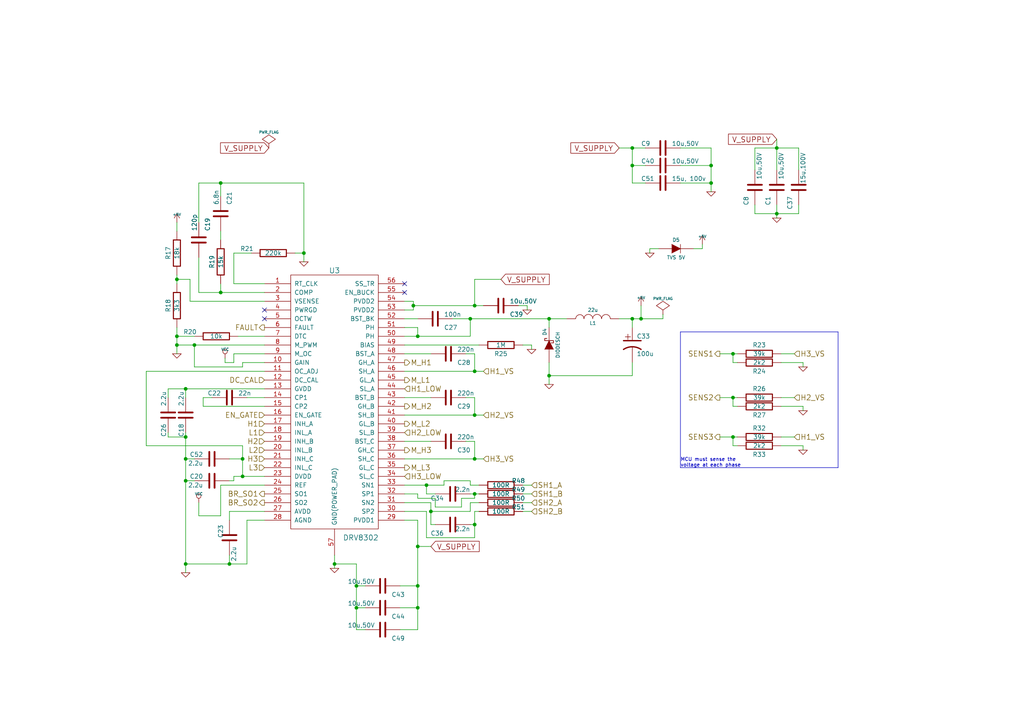
<source format=kicad_sch>
(kicad_sch (version 20230121) (generator eeschema)
  (paper "A4")
  (junction (at 64.008 84.836))
  (junction (at 225.298 42.926))
  (junction (at 137.668 88.646))
  (junction (at 53.848 133.096))
  (junction (at 137.668 107.696))
  (junction (at 103.378 169.926))
  (junction (at 103.378 176.276))
  (junction (at 159.258 108.966))
  (junction (at 137.668 152.146))
  (junction (at 70.358 133.096))
  (junction (at 64.008 53.086))
  (junction (at 51.308 81.026))
  (junction (at 137.668 143.256))
  (junction (at 121.158 158.496))
  (junction (at 212.598 126.746))
  (junction (at 53.848 163.576))
  (junction (at 206.248 53.086))
  (junction (at 159.258 92.456))
  (junction (at 206.248 48.006))
  (junction (at 212.598 115.316))
  (junction (at 88.138 73.406))
  (junction (at 53.848 139.446))
  (junction (at 124.968 148.336))
  (junction (at 51.308 100.076))
  (junction (at 56.388 100.076))
  (junction (at 137.668 133.096))
  (junction (at 137.668 120.396))
  (junction (at 183.388 48.006))
  (junction (at 121.158 97.536))
  (junction (at 51.308 97.536))
  (junction (at 225.298 61.976))
  (junction (at 70.358 138.176))
  (junction (at 183.388 92.456))
  (junction (at 212.598 102.616))
  (junction (at 185.928 92.456))
  (junction (at 123.698 140.716))
  (junction (at 121.158 176.276))
  (junction (at 119.888 88.646))
  (junction (at 97.028 163.576))
  (junction (at 53.848 126.746))
  (junction (at 136.398 92.456))
  (junction (at 121.158 169.926))
  (junction (at 53.848 112.776))
  (junction (at 183.388 42.926))
  (junction (at 66.548 163.576))
  (no_connect (at 117.348 84.836))
  (no_connect (at 117.348 82.296))
  (no_connect (at 76.708 89.916))
  (no_connect (at 76.708 92.456))
  (wire (pts (xy 121.158 176.276) (xy 116.078 176.276)))
  (wire (pts (xy 51.308 64.516) (xy 51.308 67.056)))
  (wire (pts (xy 67.818 73.406) (xy 72.898 73.406)))
  (wire (pts (xy 64.008 53.086) (xy 64.008 56.896)))
  (wire (pts (xy 187.198 48.006) (xy 183.388 48.006)))
  (wire (pts (xy 57.658 74.676) (xy 57.658 84.836)))
  (wire (pts (xy 183.388 42.926) (xy 183.388 48.006)))
  (wire (pts (xy 183.388 108.966) (xy 183.388 105.156)))
  (wire (pts (xy 128.778 139.446) (xy 136.398 139.446)))
  (wire (pts (xy 53.848 126.746) (xy 53.848 133.096)))
  (wire (pts (xy 137.668 102.616) (xy 137.668 107.696)))
  (wire (pts (xy 137.668 115.316) (xy 137.668 120.396)))
  (wire (pts (xy 137.668 143.256) (xy 137.668 144.526)))
  (wire (pts (xy 70.358 138.176) (xy 76.708 138.176)))
  (wire (pts (xy 208.788 102.616) (xy 212.598 102.616)))
  (wire (pts (xy 53.848 133.096) (xy 53.848 139.446)))
  (wire (pts (xy 117.348 107.696) (xy 137.668 107.696)))
  (wire (pts (xy 159.258 105.156) (xy 159.258 108.966)))
  (wire (pts (xy 123.698 148.336) (xy 117.348 148.336)))
  (wire (pts (xy 103.378 169.926) (xy 103.378 176.276)))
  (wire (pts (xy 159.258 108.966) (xy 159.258 111.506)))
  (wire (pts (xy 138.938 145.796) (xy 136.398 145.796)))
  (wire (pts (xy 71.628 115.316) (xy 76.708 115.316)))
  (wire (pts (xy 58.928 115.316) (xy 61.468 115.316)))
  (wire (pts (xy 48.768 112.776) (xy 53.848 112.776)))
  (wire (pts (xy 203.708 72.136) (xy 203.708 70.866)))
  (wire (pts (xy 70.358 133.096) (xy 70.358 138.176)))
  (wire (pts (xy 103.378 176.276) (xy 105.918 176.276)))
  (wire (pts (xy 218.948 61.976) (xy 225.298 61.976)))
  (wire (pts (xy 66.548 148.336) (xy 76.708 148.336)))
  (wire (pts (xy 231.648 42.926) (xy 231.648 49.276)))
  (wire (pts (xy 103.378 182.626) (xy 105.918 182.626)))
  (wire (pts (xy 103.378 163.576) (xy 103.378 169.926)))
  (wire (pts (xy 126.238 147.066) (xy 126.238 144.526)))
  (polyline (pts (xy 197.358 135.636) (xy 243.078 135.636)) (stroke (width 0) (type solid)))
  (wire (pts (xy 218.948 42.926) (xy 225.298 42.926)))
  (wire (pts (xy 150.368 88.646) (xy 152.908 88.646)))
  (wire (pts (xy 76.708 82.296) (xy 67.818 82.296)))
  (wire (pts (xy 48.768 126.746) (xy 53.848 126.746)))
  (wire (pts (xy 183.388 48.006) (xy 183.388 53.086)))
  (wire (pts (xy 42.418 107.696) (xy 76.708 107.696)))
  (wire (pts (xy 226.568 115.316) (xy 230.378 115.316)))
  (wire (pts (xy 70.358 106.426) (xy 56.388 106.426)))
  (wire (pts (xy 42.418 129.286) (xy 70.358 129.286)))
  (wire (pts (xy 137.668 155.956) (xy 123.698 155.956)))
  (wire (pts (xy 218.948 49.276) (xy 218.948 42.926)))
  (wire (pts (xy 151.638 145.796) (xy 154.178 145.796)))
  (wire (pts (xy 57.658 64.516) (xy 57.658 53.086)))
  (wire (pts (xy 117.348 120.396) (xy 137.668 120.396)))
  (wire (pts (xy 117.348 94.996) (xy 121.158 94.996)))
  (wire (pts (xy 206.248 53.086) (xy 206.248 55.626)))
  (wire (pts (xy 212.598 126.746) (xy 213.868 126.746)))
  (wire (pts (xy 51.308 81.026) (xy 51.308 82.296)))
  (wire (pts (xy 212.598 115.316) (xy 212.598 117.856)))
  (wire (pts (xy 51.308 100.076) (xy 51.308 102.616)))
  (wire (pts (xy 53.848 125.476) (xy 53.848 126.746)))
  (wire (pts (xy 128.778 140.716) (xy 128.778 139.446)))
  (wire (pts (xy 121.158 143.256) (xy 117.348 143.256)))
  (wire (pts (xy 123.698 140.716) (xy 128.778 140.716)))
  (wire (pts (xy 51.308 97.536) (xy 56.388 97.536)))
  (wire (pts (xy 136.398 97.536) (xy 136.398 92.456)))
  (wire (pts (xy 76.708 140.716) (xy 64.008 140.716)))
  (wire (pts (xy 124.968 128.016) (xy 117.348 128.016)))
  (wire (pts (xy 119.888 87.376) (xy 119.888 88.646)))
  (wire (pts (xy 97.028 161.036) (xy 97.028 163.576)))
  (wire (pts (xy 51.308 79.756) (xy 51.308 81.026)))
  (wire (pts (xy 225.298 42.926) (xy 231.648 42.926)))
  (wire (pts (xy 53.848 139.446) (xy 53.848 163.576)))
  (wire (pts (xy 105.918 169.926) (xy 103.378 169.926)))
  (wire (pts (xy 159.258 108.966) (xy 183.388 108.966)))
  (wire (pts (xy 103.378 176.276) (xy 103.378 182.626)))
  (wire (pts (xy 136.398 145.796) (xy 136.398 148.336)))
  (wire (pts (xy 225.298 61.976) (xy 231.648 61.976)))
  (polyline (pts (xy 197.358 96.266) (xy 197.358 135.636)) (stroke (width 0) (type solid)))
  (wire (pts (xy 188.468 72.136) (xy 191.008 72.136)))
  (wire (pts (xy 64.008 84.836) (xy 76.708 84.836)))
  (wire (pts (xy 121.158 158.496) (xy 121.158 169.926)))
  (wire (pts (xy 154.178 100.076) (xy 154.178 101.346)))
  (wire (pts (xy 206.248 53.086) (xy 197.358 53.086)))
  (wire (pts (xy 121.158 94.996) (xy 121.158 97.536)))
  (wire (pts (xy 136.398 152.146) (xy 137.668 152.146)))
  (wire (pts (xy 208.788 115.316) (xy 212.598 115.316)))
  (wire (pts (xy 53.848 112.776) (xy 53.848 115.316)))
  (wire (pts (xy 213.868 129.286) (xy 212.598 129.286)))
  (wire (pts (xy 137.668 152.146) (xy 137.668 155.956)))
  (wire (pts (xy 201.168 72.136) (xy 203.708 72.136)))
  (wire (pts (xy 121.158 150.876) (xy 121.158 158.496)))
  (wire (pts (xy 226.568 126.746) (xy 230.378 126.746)))
  (wire (pts (xy 206.248 48.006) (xy 206.248 53.086)))
  (wire (pts (xy 137.668 120.396) (xy 140.208 120.396)))
  (wire (pts (xy 121.158 144.526) (xy 121.158 143.256)))
  (wire (pts (xy 225.298 42.926) (xy 225.298 49.276)))
  (wire (pts (xy 192.278 92.456) (xy 192.278 91.186)))
  (wire (pts (xy 124.968 152.146) (xy 126.238 152.146)))
  (wire (pts (xy 56.388 106.426) (xy 56.388 100.076)))
  (wire (pts (xy 226.568 102.616) (xy 230.378 102.616)))
  (wire (pts (xy 131.318 92.456) (xy 136.398 92.456)))
  (wire (pts (xy 56.388 100.076) (xy 76.708 100.076)))
  (wire (pts (xy 124.968 145.796) (xy 117.348 145.796)))
  (wire (pts (xy 231.648 61.976) (xy 231.648 59.436)))
  (wire (pts (xy 67.818 102.616) (xy 76.708 102.616)))
  (wire (pts (xy 197.358 42.926) (xy 206.248 42.926)))
  (wire (pts (xy 136.398 140.716) (xy 138.938 140.716)))
  (wire (pts (xy 71.628 150.876) (xy 71.628 163.576)))
  (wire (pts (xy 152.908 88.646) (xy 152.908 89.916)))
  (wire (pts (xy 88.138 53.086) (xy 88.138 73.406)))
  (wire (pts (xy 97.028 163.576) (xy 103.378 163.576)))
  (wire (pts (xy 183.388 92.456) (xy 183.388 94.996)))
  (wire (pts (xy 71.628 163.576) (xy 66.548 163.576)))
  (wire (pts (xy 65.278 103.886) (xy 65.278 105.156)))
  (wire (pts (xy 119.888 88.646) (xy 119.888 89.916)))
  (wire (pts (xy 135.128 102.616) (xy 137.668 102.616)))
  (wire (pts (xy 56.388 139.446) (xy 53.848 139.446)))
  (wire (pts (xy 66.548 163.576) (xy 66.548 161.036)))
  (wire (pts (xy 183.388 92.456) (xy 185.928 92.456)))
  (wire (pts (xy 135.128 128.016) (xy 137.668 128.016)))
  (wire (pts (xy 136.398 92.456) (xy 159.258 92.456)))
  (wire (pts (xy 51.308 94.996) (xy 51.308 97.536)))
  (wire (pts (xy 135.128 115.316) (xy 137.668 115.316)))
  (wire (pts (xy 123.698 143.256) (xy 123.698 140.716)))
  (wire (pts (xy 48.768 125.476) (xy 48.768 126.746)))
  (wire (pts (xy 183.388 53.086) (xy 187.198 53.086)))
  (wire (pts (xy 64.008 140.716) (xy 64.008 149.606)))
  (wire (pts (xy 137.668 128.016) (xy 137.668 133.096)))
  (wire (pts (xy 225.298 59.436) (xy 225.298 61.976)))
  (wire (pts (xy 226.568 117.856) (xy 232.918 117.856)))
  (wire (pts (xy 117.348 150.876) (xy 121.158 150.876)))
  (wire (pts (xy 55.118 81.026) (xy 51.308 81.026)))
  (wire (pts (xy 57.658 84.836) (xy 64.008 84.836)))
  (wire (pts (xy 225.298 40.386) (xy 225.298 42.926)))
  (wire (pts (xy 58.928 117.856) (xy 58.928 115.316)))
  (wire (pts (xy 151.638 143.256) (xy 154.178 143.256)))
  (wire (pts (xy 232.918 129.286) (xy 232.918 130.556)))
  (wire (pts (xy 76.708 117.856) (xy 58.928 117.856)))
  (wire (pts (xy 185.928 92.456) (xy 185.928 88.646)))
  (wire (pts (xy 151.638 148.336) (xy 154.178 148.336)))
  (wire (pts (xy 116.078 169.926) (xy 121.158 169.926)))
  (wire (pts (xy 124.968 102.616) (xy 117.348 102.616)))
  (wire (pts (xy 137.668 144.526) (xy 133.858 144.526)))
  (wire (pts (xy 121.158 176.276) (xy 121.158 182.626)))
  (wire (pts (xy 64.008 69.596) (xy 64.008 67.056)))
  (wire (pts (xy 136.398 143.256) (xy 137.668 143.256)))
  (wire (pts (xy 225.298 61.976) (xy 225.298 63.246)))
  (wire (pts (xy 212.598 115.316) (xy 213.868 115.316)))
  (wire (pts (xy 55.118 87.376) (xy 55.118 81.026)))
  (wire (pts (xy 136.398 148.336) (xy 124.968 148.336)))
  (wire (pts (xy 76.708 87.376) (xy 55.118 87.376)))
  (wire (pts (xy 226.568 129.286) (xy 232.918 129.286)))
  (wire (pts (xy 126.238 143.256) (xy 123.698 143.256)))
  (wire (pts (xy 64.008 149.606) (xy 57.658 149.606)))
  (wire (pts (xy 117.348 133.096) (xy 137.668 133.096)))
  (wire (pts (xy 66.548 139.446) (xy 67.818 139.446)))
  (wire (pts (xy 208.788 126.746) (xy 212.598 126.746)))
  (wire (pts (xy 188.468 73.406) (xy 188.468 72.136)))
  (polyline (pts (xy 243.078 96.266) (xy 197.358 96.266)) (stroke (width 0) (type solid)))
  (wire (pts (xy 76.708 150.876) (xy 71.628 150.876)))
  (wire (pts (xy 133.858 144.526) (xy 133.858 147.066)))
  (wire (pts (xy 119.888 88.646) (xy 137.668 88.646)))
  (wire (pts (xy 232.918 117.856) (xy 232.918 119.126)))
  (wire (pts (xy 159.258 94.996) (xy 159.258 92.456)))
  (wire (pts (xy 124.968 145.796) (xy 124.968 148.336)))
  (wire (pts (xy 137.668 148.336) (xy 137.668 152.146)))
  (wire (pts (xy 226.568 105.156) (xy 232.918 105.156)))
  (wire (pts (xy 179.578 42.926) (xy 183.388 42.926)))
  (wire (pts (xy 64.008 53.086) (xy 88.138 53.086)))
  (wire (pts (xy 197.358 48.006) (xy 206.248 48.006)))
  (wire (pts (xy 121.158 92.456) (xy 117.348 92.456)))
  (wire (pts (xy 137.668 148.336) (xy 138.938 148.336)))
  (wire (pts (xy 88.138 73.406) (xy 88.138 75.946)))
  (wire (pts (xy 212.598 105.156) (xy 212.598 102.616)))
  (wire (pts (xy 126.238 144.526) (xy 121.158 144.526)))
  (wire (pts (xy 51.308 97.536) (xy 51.308 100.076)))
  (wire (pts (xy 70.358 105.156) (xy 70.358 106.426)))
  (wire (pts (xy 212.598 102.616) (xy 213.868 102.616)))
  (wire (pts (xy 67.818 82.296) (xy 67.818 73.406)))
  (wire (pts (xy 137.668 107.696) (xy 140.208 107.696)))
  (wire (pts (xy 123.698 155.956) (xy 123.698 148.336)))
  (wire (pts (xy 67.818 138.176) (xy 70.358 138.176)))
  (wire (pts (xy 121.158 169.926) (xy 121.158 176.276)))
  (wire (pts (xy 117.348 97.536) (xy 121.158 97.536)))
  (wire (pts (xy 69.088 97.536) (xy 76.708 97.536)))
  (wire (pts (xy 51.308 100.076) (xy 56.388 100.076)))
  (wire (pts (xy 138.938 100.076) (xy 117.348 100.076)))
  (wire (pts (xy 42.418 107.696) (xy 42.418 129.286)))
  (wire (pts (xy 179.578 92.456) (xy 183.388 92.456)))
  (wire (pts (xy 213.868 105.156) (xy 212.598 105.156)))
  (wire (pts (xy 232.918 105.156) (xy 232.918 106.426)))
  (wire (pts (xy 151.638 140.716) (xy 154.178 140.716)))
  (wire (pts (xy 53.848 112.776) (xy 76.708 112.776)))
  (wire (pts (xy 48.768 115.316) (xy 48.768 112.776)))
  (wire (pts (xy 57.658 53.086) (xy 64.008 53.086)))
  (wire (pts (xy 67.818 105.156) (xy 67.818 102.616)))
  (wire (pts (xy 121.158 158.496) (xy 124.968 158.496)))
  (wire (pts (xy 76.708 105.156) (xy 70.358 105.156)))
  (wire (pts (xy 64.008 82.296) (xy 64.008 84.836)))
  (wire (pts (xy 218.948 59.436) (xy 218.948 61.976)))
  (wire (pts (xy 124.968 148.336) (xy 124.968 152.146)))
  (wire (pts (xy 137.668 88.646) (xy 140.208 88.646)))
  (wire (pts (xy 67.818 139.446) (xy 67.818 138.176)))
  (wire (pts (xy 137.668 81.026) (xy 137.668 88.646)))
  (wire (pts (xy 53.848 163.576) (xy 53.848 166.116)))
  (wire (pts (xy 66.548 133.096) (xy 70.358 133.096)))
  (wire (pts (xy 121.158 97.536) (xy 136.398 97.536)))
  (wire (pts (xy 66.548 150.876) (xy 66.548 148.336)))
  (wire (pts (xy 183.388 42.926) (xy 187.198 42.926)))
  (wire (pts (xy 133.858 147.066) (xy 126.238 147.066)))
  (wire (pts (xy 137.668 133.096) (xy 140.208 133.096)))
  (wire (pts (xy 159.258 92.456) (xy 164.338 92.456)))
  (wire (pts (xy 85.598 73.406) (xy 88.138 73.406)))
  (wire (pts (xy 212.598 117.856) (xy 213.868 117.856)))
  (wire (pts (xy 56.388 133.096) (xy 53.848 133.096)))
  (wire (pts (xy 137.668 143.256) (xy 138.938 143.256)))
  (wire (pts (xy 124.968 115.316) (xy 117.348 115.316)))
  (wire (pts (xy 121.158 182.626) (xy 116.078 182.626)))
  (wire (pts (xy 97.028 163.576) (xy 97.028 164.846)))
  (wire (pts (xy 206.248 42.926) (xy 206.248 48.006)))
  (wire (pts (xy 117.348 140.716) (xy 123.698 140.716)))
  (wire (pts (xy 151.638 100.076) (xy 154.178 100.076)))
  (wire (pts (xy 212.598 129.286) (xy 212.598 126.746)))
  (wire (pts (xy 136.398 139.446) (xy 136.398 140.716)))
  (wire (pts (xy 65.278 105.156) (xy 67.818 105.156)))
  (wire (pts (xy 119.888 89.916) (xy 117.348 89.916)))
  (wire (pts (xy 117.348 87.376) (xy 119.888 87.376)))
  (wire (pts (xy 137.668 81.026) (xy 145.288 81.026)))
  (wire (pts (xy 185.928 92.456) (xy 192.278 92.456)))
  (wire (pts (xy 57.658 149.606) (xy 57.658 145.796)))
  (wire (pts (xy 66.548 163.576) (xy 53.848 163.576)))
  (wire (pts (xy 70.358 129.286) (xy 70.358 133.096)))
  (polyline (pts (xy 243.078 135.636) (xy 243.078 96.266)) (stroke (width 0) (type solid)))
  (text "MCU must sense the\nvoltage at each phase" (at 197.358 135.636 0) (effects (font (size 1.016 1.016)) (justify left bottom)))
  (global_label "V_SUPPLY" (shape input) (at 77.978 42.926 180) (effects (font (size 1.524 1.524))) (property "Intersheetrefs" "${INTERSHEET_REFS}" (effects hide)))
  (global_label "V_SUPPLY" (shape input) (at 179.578 42.926 180) (effects (font (size 1.524 1.524))) (property "Intersheetrefs" "${INTERSHEET_REFS}" (effects hide)))
  (global_label "V_SUPPLY" (shape input) (at 225.298 40.386 180) (effects (font (size 1.524 1.524))) (property "Intersheetrefs" "${INTERSHEET_REFS}" (effects hide)))
  (global_label "V_SUPPLY" (shape input) (at 145.288 81.026 0) (effects (font (size 1.524 1.524))) (property "Intersheetrefs" "${INTERSHEET_REFS}" (effects hide)))
  (global_label "V_SUPPLY" (shape input) (at 124.968 158.496 0) (effects (font (size 1.524 1.524))) (property "Intersheetrefs" "${INTERSHEET_REFS}" (effects hide)))
  (hierarchical_label "SENS1" (shape output) (at 208.788 102.616 180) (effects (font (size 1.524 1.524))))
  (hierarchical_label "SH1_B" (shape input) (at 154.178 143.256 0) (effects (font (size 1.524 1.524))))
  (hierarchical_label "H2_VS" (shape input) (at 230.378 115.316 0) (effects (font (size 1.524 1.524))))
  (hierarchical_label "M_L3" (shape output) (at 117.348 135.636 0) (effects (font (size 1.524 1.524))))
  (hierarchical_label "H3_VS" (shape input) (at 140.208 133.096 0) (effects (font (size 1.524 1.524))))
  (hierarchical_label "H1_LOW" (shape input) (at 117.348 112.776 0) (effects (font (size 1.524 1.524))))
  (hierarchical_label "SH2_A" (shape input) (at 154.178 145.796 0) (effects (font (size 1.524 1.524))))
  (hierarchical_label "H1" (shape input) (at 76.708 122.936 180) (effects (font (size 1.524 1.524))))
  (hierarchical_label "L3" (shape input) (at 76.708 135.636 180) (effects (font (size 1.524 1.524))))
  (hierarchical_label "M_L2" (shape output) (at 117.348 122.936 0) (effects (font (size 1.524 1.524))))
  (hierarchical_label "SENS2" (shape output) (at 208.788 115.316 180) (effects (font (size 1.524 1.524))))
  (hierarchical_label "BR_SO2" (shape output) (at 76.708 145.796 180) (effects (font (size 1.524 1.524))))
  (hierarchical_label "DC_CAL" (shape input) (at 76.708 110.236 180) (effects (font (size 1.524 1.524))))
  (hierarchical_label "SH2_B" (shape input) (at 154.178 148.336 0) (effects (font (size 1.524 1.524))))
  (hierarchical_label "EN_GATE" (shape input) (at 76.708 120.396 180) (effects (font (size 1.524 1.524))))
  (hierarchical_label "H3_VS" (shape input) (at 230.378 102.616 0) (effects (font (size 1.524 1.524))))
  (hierarchical_label "BR_SO1" (shape output) (at 76.708 143.256 180) (effects (font (size 1.524 1.524))))
  (hierarchical_label "M_L1" (shape output) (at 117.348 110.236 0) (effects (font (size 1.524 1.524))))
  (hierarchical_label "H2" (shape input) (at 76.708 128.016 180) (effects (font (size 1.524 1.524))))
  (hierarchical_label "FAULT" (shape output) (at 76.708 94.996 180) (effects (font (size 1.524 1.524))))
  (hierarchical_label "H3" (shape input) (at 76.708 133.096 180) (effects (font (size 1.524 1.524))))
  (hierarchical_label "M_H2" (shape output) (at 117.348 117.856 0) (effects (font (size 1.524 1.524))))
  (hierarchical_label "H2_LOW" (shape input) (at 117.348 125.476 0) (effects (font (size 1.524 1.524))))
  (hierarchical_label "SH1_A" (shape input) (at 154.178 140.716 0) (effects (font (size 1.524 1.524))))
  (hierarchical_label "M_H3" (shape output) (at 117.348 130.556 0) (effects (font (size 1.524 1.524))))
  (hierarchical_label "H1_VS" (shape input) (at 140.208 107.696 0) (effects (font (size 1.524 1.524))))
  (hierarchical_label "H1_VS" (shape input) (at 230.378 126.746 0) (effects (font (size 1.524 1.524))))
  (hierarchical_label "H2_VS" (shape input) (at 140.208 120.396 0) (effects (font (size 1.524 1.524))))
  (hierarchical_label "H3_LOW" (shape input) (at 117.348 138.176 0) (effects (font (size 1.524 1.524))))
  (hierarchical_label "L2" (shape input) (at 76.708 130.556 180) (effects (font (size 1.524 1.524))))
  (hierarchical_label "M_H1" (shape output) (at 117.348 105.156 0) (effects (font (size 1.524 1.524))))
  (hierarchical_label "L1" (shape input) (at 76.708 125.476 180) (effects (font (size 1.524 1.524))))
  (hierarchical_label "SENS3" (shape output) (at 208.788 126.746 180) (effects (font (size 1.524 1.524))))
  (symbol (lib_id "BLDC_4-rescue:GND-RESCUE-BLDC_4") (at 225.298 63.246 0) (unit 1)
    (property "Reference" "#PWR071" (effects hide))
    (property "Value" "GND" (effects hide))
    (instances (project "BLDC_4" (path "" (reference "#PWR071") (unit 1))) (project "ESC MAO" (path "" (reference "#PWR059") (unit 1)) (path "" (reference "#PWR056") (unit 1)) (path "" (reference "#PWR075") (unit 1))))
  )
  (symbol (lib_id "BLDC_4-rescue:GND-RESCUE-BLDC_4") (at 88.138 75.946 0) (unit 1)
    (property "Reference" "#PWR057" (effects hide))
    (property "Value" "GND" (effects hide))
    (instances (project "BLDC_4" (path "" (reference "#PWR057") (unit 1))) (project "ESC MAO" (path "" (reference "#PWR036") (unit 1)) (path "" (reference "#PWR036") (unit 1)) (path "" (reference "#PWR066") (unit 1))))
  )
  (symbol (lib_id "BLDC_4-rescue:R-RESCUE-BLDC_4") (at 51.308 73.406 0) (unit 1)
    (property "Reference" "R17" (at 48.768 73.406 90))
    (property "Value" "18k" (at 51.308 73.406 90))
    (property "Footprint" "Resistor_SMD:R_1206_3216Metric_Pad1.30x1.75mm_HandSolder" (effects hide))
    (instances (project "BLDC_4" (path "" (reference "R17") (unit 1))) (project "ESC MAO" (path "" (reference "R4") (unit 1)) (path "" (reference "R4") (unit 1)) (path "" (reference "R55") (unit 1))))
  )
  (symbol (lib_id "BLDC_4-rescue:C-RESCUE-BLDC_4") (at 218.948 54.356 180) (unit 1)
    (property "Reference" "C8" (at 216.408 56.896 90) (effects (justify left)))
    (property "Value" "10u,50V" (at 220.218 44.196 90) (effects (justify left)))
    (property "Footprint" "Capacitor_SMD:C_0402_1005Metric_Pad0.74x0.62mm_HandSolder" (effects hide))
    (instances (project "BLDC_4" (path "" (reference "C8") (unit 1))) (project "ESC MAO" (path "" (reference "C35") (unit 1)) (path "" (reference "C33") (unit 1)) (path "" (reference "C58") (unit 1))))
  )
  (symbol (lib_id "BLDC_4-rescue:R-RESCUE-BLDC_4") (at 51.308 88.646 0) (unit 1)
    (property "Reference" "R18" (at 48.768 88.646 90))
    (property "Value" "3k3" (at 51.308 88.646 90))
    (property "Footprint" "Resistor_SMD:R_0603_1608Metric_Pad0.98x0.95mm_HandSolder" (effects hide))
    (instances (project "BLDC_4" (path "" (reference "R18") (unit 1))) (project "ESC MAO" (path "" (reference "R5") (unit 1)) (path "" (reference "R5") (unit 1)) (path "" (reference "R56") (unit 1))))
  )
  (symbol (lib_id "BLDC_4-rescue:R-RESCUE-BLDC_4") (at 145.288 143.256 270) (unit 1)
    (property "Reference" "R49" (at 150.368 141.986 90))
    (property "Value" "100R" (at 145.288 143.256 90))
    (property "Footprint" "Capacitor_SMD:C_0805_2012Metric_Pad1.18x1.45mm_HandSolder" (effects hide))
    (instances (project "BLDC_4" (path "" (reference "R49") (unit 1))) (project "ESC MAO" (path "" (reference "R11") (unit 1)) (path "" (reference "R11") (unit 1)) (path "" (reference "R62") (unit 1))))
  )
  (symbol (lib_id "BLDC_4-rescue:DIODE") (at 196.088 72.136 0) (unit 1)
    (property "Reference" "D5" (at 196.088 69.596 0) (effects (font (size 1.016 1.016))))
    (property "Value" "TVS 5V" (at 196.088 74.676 0) (effects (font (size 1.016 1.016))))
    (property "Footprint" "Diode_SMD:Nexperia_CFP3_SOD-123W" (effects hide))
    (instances (project "BLDC_4" (path "" (reference "D5") (unit 1))) (project "ESC MAO" (path "" (reference "D5") (unit 1)) (path "" (reference "D5") (unit 1)) (path "" (reference "D7") (unit 1))))
  )
  (symbol (lib_id "BLDC_4-rescue:C-RESCUE-BLDC_4") (at 192.278 48.006 270) (unit 1)
    (property "Reference" "C40" (at 185.928 46.736 90) (effects (justify left)))
    (property "Value" "10u,50V" (at 194.818 46.736 90) (effects (justify left)))
    (property "Footprint" "Capacitor_SMD:C_0402_1005Metric_Pad0.74x0.62mm_HandSolder" (effects hide))
    (instances (project "BLDC_4" (path "" (reference "C40") (unit 1))) (project "ESC MAO" (path "" (reference "C33") (unit 1)) (path "" (reference "C31") (unit 1)) (path "" (reference "C56") (unit 1))))
  )
  (symbol (lib_id "BLDC_4-rescue:GND-RESCUE-BLDC_4") (at 53.848 166.116 0) (unit 1)
    (property "Reference" "#PWR054" (effects hide))
    (property "Value" "GND" (effects hide))
    (instances (project "BLDC_4" (path "" (reference "#PWR054") (unit 1))) (project "ESC MAO" (path "" (reference "#PWR032") (unit 1)) (path "" (reference "#PWR032") (unit 1)) (path "" (reference "#PWR063") (unit 1))))
  )
  (symbol (lib_id "BLDC_4-rescue:C-RESCUE-BLDC_4") (at 66.548 155.956 180) (unit 1)
    (property "Reference" "C23" (at 64.008 152.146 90) (effects (justify left)))
    (property "Value" "2.2u" (at 67.818 158.496 90) (effects (justify left)))
    (property "Footprint" "Capacitor_SMD:C_0402_1005Metric_Pad0.74x0.62mm_HandSolder" (effects hide))
    (instances (project "BLDC_4" (path "" (reference "C23") (unit 1))) (project "ESC MAO" (path "" (reference "C18") (unit 1)) (path "" (reference "C18") (unit 1)) (path "" (reference "C43") (unit 1))))
  )
  (symbol (lib_id "BLDC_4-rescue:R-RESCUE-BLDC_4") (at 220.218 117.856 270) (unit 1)
    (property "Reference" "R27" (at 220.218 120.396 90))
    (property "Value" "2k2" (at 220.218 117.856 90))
    (property "Footprint" "Resistor_SMD:R_1206_3216Metric_Pad1.30x1.75mm_HandSolder" (effects hide))
    (instances (project "BLDC_4" (path "" (reference "R27") (unit 1))) (project "ESC MAO" (path "" (reference "R27") (unit 1)) (path "" (reference "R27") (unit 1)) (path "" (reference "R68") (unit 1))))
  )
  (symbol (lib_id "BLDC_4-rescue:R-RESCUE-BLDC_4") (at 145.288 100.076 270) (unit 1)
    (property "Reference" "R25" (at 145.288 102.616 90))
    (property "Value" "1M" (at 145.288 100.076 90))
    (property "Footprint" "Capacitor_SMD:C_0805_2012Metric_Pad1.18x1.45mm_HandSolder" (effects hide))
    (instances (project "BLDC_4" (path "" (reference "R25") (unit 1))) (project "ESC MAO" (path "" (reference "R9") (unit 1)) (path "" (reference "R9") (unit 1)) (path "" (reference "R60") (unit 1))))
  )
  (symbol (lib_id "BLDC_4-rescue:+5V") (at 51.308 64.516 0) (unit 1)
    (property "Reference" "#PWR058" (effects hide))
    (property "Value" "+5V" (at 51.308 62.23 0) (effects (font (size 0.762 0.762))))
    (instances (project "BLDC_4" (path "" (reference "#PWR058") (unit 1)) (path "" (reference "#PWR058") (unit 1))) (project "ESC MAO" (path "" (reference "#PWR030") (unit 1)) (path "" (reference "#PWR030") (unit 1)) (path "" (reference "#PWR060") (unit 1))))
  )
  (symbol (lib_id "BLDC_4-rescue:C-RESCUE-BLDC_4") (at 131.318 152.146 90) (unit 1)
    (property "Reference" "C36" (at 128.778 154.686 90) (effects (justify left)))
    (property "Value" "2.2n" (at 136.398 153.416 90) (effects (justify left)))
    (property "Footprint" "Capacitor_SMD:C_0201_0603Metric_Pad0.64x0.40mm_HandSolder" (effects hide))
    (instances (project "BLDC_4" (path "" (reference "C36") (unit 1))) (project "ESC MAO" (path "" (reference "C27") (unit 1)) (path "" (reference "C27") (unit 1)) (path "" (reference "C52") (unit 1))))
  )
  (symbol (lib_id "BLDC_4-rescue:R-RESCUE-BLDC_4") (at 220.218 102.616 270) (unit 1)
    (property "Reference" "R23" (at 220.218 100.076 90))
    (property "Value" "39k" (at 220.218 102.616 90))
    (property "Footprint" "Resistor_SMD:R_0402_1005Metric_Pad0.72x0.64mm_HandSolder" (effects hide))
    (instances (project "BLDC_4" (path "" (reference "R23") (unit 1))) (project "ESC MAO" (path "" (reference "R24") (unit 1)) (path "" (reference "R24") (unit 1)) (path "" (reference "R65") (unit 1))))
  )
  (symbol (lib_id "BLDC_4-rescue:GND-RESCUE-BLDC_4") (at 97.028 164.846 0) (unit 1)
    (property "Reference" "#PWR055" (effects hide))
    (property "Value" "GND" (effects hide))
    (instances (project "BLDC_4" (path "" (reference "#PWR055") (unit 1))) (project "ESC MAO" (path "" (reference "#PWR037") (unit 1)) (path "" (reference "#PWR037") (unit 1)) (path "" (reference "#PWR067") (unit 1))))
  )
  (symbol (lib_id "BLDC_4-rescue:C-RESCUE-BLDC_4") (at 110.998 176.276 270) (unit 1)
    (property "Reference" "C44" (at 113.538 178.816 90) (effects (justify left)))
    (property "Value" "10u,50V" (at 100.838 175.006 90) (effects (justify left)))
    (property "Footprint" "Capacitor_SMD:C_0402_1005Metric_Pad0.74x0.62mm_HandSolder" (effects hide))
    (instances (project "BLDC_4" (path "" (reference "C44") (unit 1))) (project "ESC MAO" (path "" (reference "C20") (unit 1)) (path "" (reference "C20") (unit 1)) (path "" (reference "C45") (unit 1))))
  )
  (symbol (lib_id "BLDC_4-rescue:C-RESCUE-BLDC_4") (at 126.238 92.456 270) (unit 1)
    (property "Reference" "C27" (at 128.778 94.996 90) (effects (justify left)))
    (property "Value" "100n" (at 128.778 91.186 90) (effects (justify left)))
    (property "Footprint" "Capacitor_SMD:C_0805_2012Metric_Pad1.18x1.45mm_HandSolder" (effects hide))
    (instances (project "BLDC_4" (path "" (reference "C27") (unit 1))) (project "ESC MAO" (path "" (reference "C22") (unit 1)) (path "" (reference "C22") (unit 1)) (path "" (reference "C47") (unit 1))))
  )
  (symbol (lib_id "BLDC_4-rescue:C-RESCUE-BLDC_4") (at 57.658 69.596 0) (unit 1)
    (property "Reference" "C19" (at 60.198 67.056 90) (effects (justify left)))
    (property "Value" "120p" (at 56.388 67.056 90) (effects (justify left)))
    (property "Footprint" "Capacitor_SMD:C_0805_2012Metric_Pad1.18x1.45mm_HandSolder" (effects hide))
    (instances (project "BLDC_4" (path "" (reference "C19") (unit 1))) (project "ESC MAO" (path "" (reference "C13") (unit 1)) (path "" (reference "C13") (unit 1)) (path "" (reference "C38") (unit 1))))
  )
  (symbol (lib_id "BLDC_4-rescue:R-RESCUE-BLDC_4") (at 220.218 115.316 270) (unit 1)
    (property "Reference" "R26" (at 220.218 112.776 90))
    (property "Value" "39k" (at 220.218 115.316 90))
    (property "Footprint" "Resistor_SMD:R_0402_1005Metric_Pad0.72x0.64mm_HandSolder" (effects hide))
    (instances (project "BLDC_4" (path "" (reference "R26") (unit 1))) (project "ESC MAO" (path "" (reference "R26") (unit 1)) (path "" (reference "R26") (unit 1)) (path "" (reference "R67") (unit 1))))
  )
  (symbol (lib_id "BLDC_4-rescue:C-RESCUE-BLDC_4") (at 130.048 102.616 270) (unit 1)
    (property "Reference" "C28" (at 132.588 105.156 90) (effects (justify left)))
    (property "Value" "220n" (at 132.588 101.346 90) (effects (justify left)))
    (property "Footprint" "Capacitor_SMD:C_0402_1005Metric_Pad0.74x0.62mm_HandSolder" (effects hide))
    (instances (project "BLDC_4" (path "" (reference "C28") (unit 1))) (project "ESC MAO" (path "" (reference "C23") (unit 1)) (path "" (reference "C23") (unit 1)) (path "" (reference "C48") (unit 1))))
  )
  (symbol (lib_id "BLDC_4-rescue:C-RESCUE-BLDC_4") (at 61.468 139.446 90) (unit 1)
    (property "Reference" "C20" (at 58.928 138.176 90) (effects (justify left)))
    (property "Value" "2.2u" (at 58.928 140.716 90) (effects (justify left)))
    (property "Footprint" "Capacitor_SMD:C_0402_1005Metric_Pad0.74x0.62mm_HandSolder" (effects hide))
    (instances (project "BLDC_4" (path "" (reference "C20") (unit 1))) (project "ESC MAO" (path "" (reference "C15") (unit 1)) (path "" (reference "C15") (unit 1)) (path "" (reference "C40") (unit 1))))
  )
  (symbol (lib_id "BLDC_4-rescue:C-RESCUE-BLDC_4") (at 225.298 54.356 180) (unit 1)
    (property "Reference" "C1" (at 222.758 56.896 90) (effects (justify left)))
    (property "Value" "10u,50V" (at 226.568 44.196 90) (effects (justify left)))
    (property "Footprint" "Capacitor_SMD:C_0402_1005Metric_Pad0.74x0.62mm_HandSolder" (effects hide))
    (instances (project "BLDC_4" (path "" (reference "C1") (unit 1))) (project "ESC MAO" (path "" (reference "C36") (unit 1)) (path "" (reference "C34") (unit 1)) (path "" (reference "C59") (unit 1))))
  )
  (symbol (lib_id "BLDC_4-rescue:GND-RESCUE-BLDC_4") (at 232.918 119.126 0) (unit 1)
    (property "Reference" "#PWR049" (effects hide))
    (property "Value" "GND" (effects hide))
    (instances (project "BLDC_4" (path "" (reference "#PWR049") (unit 1))) (project "ESC MAO" (path "" (reference "#PWR062") (unit 1)) (path "" (reference "#PWR058") (unit 1)) (path "" (reference "#PWR077") (unit 1))))
  )
  (symbol (lib_id "BLDC_4-rescue:R-RESCUE-BLDC_4") (at 79.248 73.406 270) (unit 1)
    (property "Reference" "R21" (at 71.628 72.136 90))
    (property "Value" "220k" (at 79.248 73.406 90))
    (property "Footprint" "Capacitor_SMD:C_0805_2012Metric_Pad1.18x1.45mm_HandSolder" (effects hide))
    (instances (project "BLDC_4" (path "" (reference "R21") (unit 1))) (project "ESC MAO" (path "" (reference "R8") (unit 1)) (path "" (reference "R8") (unit 1)) (path "" (reference "R59") (unit 1))))
  )
  (symbol (lib_id "BLDC_4-rescue:+5V") (at 203.708 70.866 0) (unit 1)
    (property "Reference" "#PWR069" (effects hide))
    (property "Value" "+5V" (at 203.708 68.58 0) (effects (font (size 0.762 0.762))))
    (instances (project "BLDC_4" (path "" (reference "#PWR069") (unit 1)) (path "" (reference "#PWR069") (unit 1))) (project "ESC MAO" (path "" (reference "#PWR057") (unit 1)) (path "" (reference "#PWR054") (unit 1)) (path "" (reference "#PWR073") (unit 1))))
  )
  (symbol (lib_id "BLDC_4-rescue:VCC") (at 65.278 103.886 0) (unit 1)
    (property "Reference" "#PWR067" (effects hide))
    (property "Value" "VCC" (at 65.278 101.346 0) (effects (font (size 0.762 0.762))))
    (instances (project "BLDC_4" (path "" (reference "#PWR067") (unit 1))) (project "ESC MAO" (path "" (reference "#PWR035") (unit 1)) (path "" (reference "#PWR035") (unit 1)) (path "" (reference "#PWR065") (unit 1))))
  )
  (symbol (lib_id "BLDC_4-rescue:GND-RESCUE-BLDC_4") (at 232.918 106.426 0) (unit 1)
    (property "Reference" "#PWR048" (effects hide))
    (property "Value" "GND" (effects hide))
    (instances (project "BLDC_4" (path "" (reference "#PWR048") (unit 1))) (project "ESC MAO" (path "" (reference "#PWR060") (unit 1)) (path "" (reference "#PWR057") (unit 1)) (path "" (reference "#PWR076") (unit 1))))
  )
  (symbol (lib_id "BLDC_4-rescue:R-RESCUE-BLDC_4") (at 145.288 145.796 270) (unit 1)
    (property "Reference" "R50" (at 150.368 144.526 90))
    (property "Value" "100R" (at 145.288 145.796 90))
    (property "Footprint" "Capacitor_SMD:C_0805_2012Metric_Pad1.18x1.45mm_HandSolder" (effects hide))
    (instances (project "BLDC_4" (path "" (reference "R50") (unit 1))) (project "ESC MAO" (path "" (reference "R12") (unit 1)) (path "" (reference "R12") (unit 1)) (path "" (reference "R63") (unit 1))))
  )
  (symbol (lib_id "BLDC_4-rescue:C-RESCUE-BLDC_4") (at 130.048 115.316 270) (unit 1)
    (property "Reference" "C29" (at 132.588 117.856 90) (effects (justify left)))
    (property "Value" "220n" (at 132.588 114.046 90) (effects (justify left)))
    (property "Footprint" "Capacitor_SMD:C_0402_1005Metric_Pad0.74x0.62mm_HandSolder" (effects hide))
    (instances (project "BLDC_4" (path "" (reference "C29") (unit 1))) (project "ESC MAO" (path "" (reference "C24") (unit 1)) (path "" (reference "C24") (unit 1)) (path "" (reference "C49") (unit 1))))
  )
  (symbol (lib_id "BLDC_4-rescue:C-RESCUE-BLDC_4") (at 131.318 143.256 90) (unit 1)
    (property "Reference" "C34" (at 128.778 144.526 90) (effects (justify left)))
    (property "Value" "2.2n" (at 136.398 141.986 90) (effects (justify left)))
    (property "Footprint" "Capacitor_SMD:C_0201_0603Metric_Pad0.64x0.40mm_HandSolder" (effects hide))
    (instances (project "BLDC_4" (path "" (reference "C34") (unit 1))) (project "ESC MAO" (path "" (reference "C26") (unit 1)) (path "" (reference "C26") (unit 1)) (path "" (reference "C51") (unit 1))))
  )
  (symbol (lib_id "BLDC_4-rescue:GND-RESCUE-BLDC_4") (at 188.468 73.406 0) (unit 1)
    (property "Reference" "#PWR070" (effects hide))
    (property "Value" "GND" (effects hide))
    (instances (project "BLDC_4" (path "" (reference "#PWR070") (unit 1))) (project "ESC MAO" (path "" (reference "#PWR056") (unit 1)) (path "" (reference "#PWR050") (unit 1)) (path "" (reference "#PWR072") (unit 1))))
  )
  (symbol (lib_id "BLDC_4-rescue:GND-RESCUE-BLDC_4") (at 152.908 89.916 0) (unit 1)
    (property "Reference" "#PWR066" (effects hide))
    (property "Value" "GND" (effects hide))
    (instances (project "BLDC_4" (path "" (reference "#PWR066") (unit 1))) (project "ESC MAO" (path "" (reference "#PWR044") (unit 1)) (path "" (reference "#PWR041") (unit 1)) (path "" (reference "#PWR068") (unit 1))))
  )
  (symbol (lib_id "BLDC_4-rescue:C-RESCUE-BLDC_4") (at 64.008 61.976 0) (unit 1)
    (property "Reference" "C21" (at 66.548 59.436 90) (effects (justify left)))
    (property "Value" "6.8n" (at 62.738 59.436 90) (effects (justify left)))
    (property "Footprint" "Capacitor_SMD:C_1210_3225Metric_Pad1.33x2.70mm_HandSolder" (effects hide))
    (instances (project "BLDC_4" (path "" (reference "C21") (unit 1))) (project "ESC MAO" (path "" (reference "C16") (unit 1)) (path "" (reference "C16") (unit 1)) (path "" (reference "C41") (unit 1))))
  )
  (symbol (lib_id "BLDC_4-rescue:R-RESCUE-BLDC_4") (at 62.738 97.536 270) (unit 1)
    (property "Reference" "R20" (at 55.118 96.266 90))
    (property "Value" "10k" (at 62.738 97.536 90))
    (property "Footprint" "Resistor_SMD:R_0201_0603Metric_Pad0.64x0.40mm_HandSolder" (effects hide))
    (instances (project "BLDC_4" (path "" (reference "R20") (unit 1))) (project "ESC MAO" (path "" (reference "R6") (unit 1)) (path "" (reference "R6") (unit 1)) (path "" (reference "R57") (unit 1))))
  )
  (symbol (lib_id "BLDC_4-rescue:C-RESCUE-BLDC_4") (at 192.278 42.926 270) (unit 1)
    (property "Reference" "C9" (at 185.928 41.656 90) (effects (justify left)))
    (property "Value" "10u,50V" (at 194.818 41.656 90) (effects (justify left)))
    (property "Footprint" "Capacitor_SMD:C_0402_1005Metric_Pad0.74x0.62mm_HandSolder" (effects hide))
    (instances (project "BLDC_4" (path "" (reference "C9") (unit 1))) (project "ESC MAO" (path "" (reference "C32") (unit 1)) (path "" (reference "C30") (unit 1)) (path "" (reference "C55") (unit 1))))
  )
  (symbol (lib_id "BLDC_4-rescue:R-RESCUE-BLDC_4") (at 145.288 148.336 270) (unit 1)
    (property "Reference" "R51" (at 150.368 147.066 90))
    (property "Value" "100R" (at 145.288 148.336 90))
    (property "Footprint" "Capacitor_SMD:C_0805_2012Metric_Pad1.18x1.45mm_HandSolder" (effects hide))
    (instances (project "BLDC_4" (path "" (reference "R51") (unit 1))) (project "ESC MAO" (path "" (reference "R23") (unit 1)) (path "" (reference "R23") (unit 1)) (path "" (reference "R64") (unit 1))))
  )
  (symbol (lib_id "BLDC_4-rescue:DIODESCH") (at 159.258 100.076 90) (unit 1)
    (property "Reference" "D4" (at 157.988 96.266 0) (effects (font (size 1.016 1.016))))
    (property "Value" "DIODESCH" (at 161.798 100.076 0) (effects (font (size 1.016 1.016))))
    (property "Footprint" "Diode_SMD:Nexperia_CFP3_SOD-123W" (effects hide))
    (instances (project "BLDC_4" (path "" (reference "D4") (unit 1))) (project "ESC MAO" (path "" (reference "D4") (unit 1)) (path "" (reference "D4") (unit 1)) (path "" (reference "D6") (unit 1))))
  )
  (symbol (lib_id "BLDC_4-rescue:GND-RESCUE-BLDC_4") (at 154.178 101.346 0) (unit 1)
    (property "Reference" "#PWR051" (effects hide))
    (property "Value" "GND" (effects hide))
    (instances (project "BLDC_4" (path "" (reference "#PWR051") (unit 1))) (project "ESC MAO" (path "" (reference "#PWR050") (unit 1)) (path "" (reference "#PWR042") (unit 1)) (path "" (reference "#PWR069") (unit 1))))
  )
  (symbol (lib_id "BLDC_4-rescue:R-RESCUE-BLDC_4") (at 220.218 126.746 270) (unit 1)
    (property "Reference" "R32" (at 220.218 124.206 90))
    (property "Value" "39k" (at 220.218 126.746 90))
    (property "Footprint" "Resistor_SMD:R_0402_1005Metric_Pad0.72x0.64mm_HandSolder" (effects hide))
    (instances (project "BLDC_4" (path "" (reference "R32") (unit 1))) (project "ESC MAO" (path "" (reference "R28") (unit 1)) (path "" (reference "R28") (unit 1)) (path "" (reference "R69") (unit 1))))
  )
  (symbol (lib_id "BLDC_4-rescue:C-RESCUE-BLDC_4") (at 130.048 128.016 270) (unit 1)
    (property "Reference" "C30" (at 132.588 130.556 90) (effects (justify left)))
    (property "Value" "220n" (at 132.588 126.746 90) (effects (justify left)))
    (property "Footprint" "Capacitor_SMD:C_0402_1005Metric_Pad0.74x0.62mm_HandSolder" (effects hide))
    (instances (project "BLDC_4" (path "" (reference "C30") (unit 1))) (project "ESC MAO" (path "" (reference "C25") (unit 1)) (path "" (reference "C25") (unit 1)) (path "" (reference "C50") (unit 1))))
  )
  (symbol (lib_id "BLDC_4-rescue:GND-RESCUE-BLDC_4") (at 232.918 130.556 0) (unit 1)
    (property "Reference" "#PWR050" (effects hide))
    (property "Value" "GND" (effects hide))
    (instances (project "BLDC_4" (path "" (reference "#PWR050") (unit 1))) (project "ESC MAO" (path "" (reference "#PWR063") (unit 1)) (path "" (reference "#PWR059") (unit 1)) (path "" (reference "#PWR078") (unit 1))))
  )
  (symbol (lib_id "BLDC_4-rescue:GND-RESCUE-BLDC_4") (at 206.248 55.626 0) (unit 1)
    (property "Reference" "#PWR068" (effects hide))
    (property "Value" "GND" (effects hide))
    (instances (project "BLDC_4" (path "" (reference "#PWR068") (unit 1))) (project "ESC MAO" (path "" (reference "#PWR058") (unit 1)) (path "" (reference "#PWR055") (unit 1)) (path "" (reference "#PWR074") (unit 1))))
  )
  (symbol (lib_id "BLDC_4-rescue:R-RESCUE-BLDC_4") (at 220.218 105.156 270) (unit 1)
    (property "Reference" "R24" (at 220.218 107.696 90))
    (property "Value" "2k2" (at 220.218 105.156 90))
    (property "Footprint" "Resistor_SMD:R_1206_3216Metric_Pad1.30x1.75mm_HandSolder" (effects hide))
    (instances (project "BLDC_4" (path "" (reference "R24") (unit 1))) (project "ESC MAO" (path "" (reference "R25") (unit 1)) (path "" (reference "R25") (unit 1)) (path "" (reference "R66") (unit 1))))
  )
  (symbol (lib_id "BLDC_4-rescue:C-RESCUE-BLDC_4") (at 53.848 120.396 0) (unit 1)
    (property "Reference" "C18" (at 52.578 126.746 90) (effects (justify left)))
    (property "Value" "2.2u" (at 52.578 117.856 90) (effects (justify left)))
    (property "Footprint" "Capacitor_SMD:C_0402_1005Metric_Pad0.74x0.62mm_HandSolder" (effects hide))
    (instances (project "BLDC_4" (path "" (reference "C18") (unit 1))) (project "ESC MAO" (path "" (reference "C11") (unit 1)) (path "" (reference "C11") (unit 1)) (path "" (reference "C37") (unit 1))))
  )
  (symbol (lib_id "crf_1:DRV8302") (at 97.028 116.586 0) (unit 1)
    (property "Reference" "U3" (at 97.028 78.486 0) (effects (font (size 1.524 1.524))))
    (property "Value" "DRV8302" (at 104.648 155.956 0) (effects (font (size 1.524 1.524))))
    (property "Footprint" "Package_SO:HTSSOP-56-1EP_6.1x14mm_P0.5mm_EP3.61x6.35mm" (effects hide))
    (instances (project "BLDC_4" (path "" (reference "U3") (unit 1))) (project "ESC MAO" (path "" (reference "U3") (unit 1)) (path "" (reference "U3") (unit 1)) (path "" (reference "U4") (unit 1))))
  )
  (symbol (lib_id "BLDC_4-rescue:INDUCTOR") (at 171.958 92.456 90) (unit 1)
    (property "Reference" "L1" (at 171.958 93.726 90) (effects (font (size 1.016 1.016))))
    (property "Value" "22u" (at 171.958 89.916 90) (effects (font (size 1.016 1.016))))
    (property "Footprint" "Inductor_SMD:L_Vishay_IFSC-1515AH_4x4x1.8mm" (effects hide))
    (instances (project "BLDC_4" (path "" (reference "L1") (unit 1))) (project "ESC MAO" (path "" (reference "L1") (unit 1)) (path "" (reference "L1") (unit 1)) (path "" (reference "L2") (unit 1))))
  )
  (symbol (lib_id "BLDC_4-rescue:C-RESCUE-BLDC_4") (at 110.998 182.626 270) (unit 1)
    (property "Reference" "C49" (at 113.538 185.166 90) (effects (justify left)))
    (property "Value" "10u,50V" (at 100.838 181.356 90) (effects (justify left)))
    (property "Footprint" "Capacitor_SMD:C_0402_1005Metric_Pad0.74x0.62mm_HandSolder" (effects hide))
    (instances (project "BLDC_4" (path "" (reference "C49") (unit 1))) (project "ESC MAO" (path "" (reference "C21") (unit 1)) (path "" (reference "C21") (unit 1)) (path "" (reference "C46") (unit 1))))
  )
  (symbol (lib_id "BLDC_4-rescue:C-RESCUE-BLDC_4") (at 61.468 133.096 90) (unit 1)
    (property "Reference" "C52" (at 58.928 131.826 90) (effects (justify left)))
    (property "Value" "2.2u" (at 58.928 134.366 90) (effects (justify left)))
    (property "Footprint" "Capacitor_SMD:C_0402_1005Metric_Pad0.74x0.62mm_HandSolder" (effects hide))
    (instances (project "BLDC_4" (path "" (reference "C52") (unit 1))) (project "ESC MAO" (path "" (reference "C14") (unit 1)) (path "" (reference "C14") (unit 1)) (path "" (reference "C39") (unit 1))))
  )
  (symbol (lib_id "BLDC_4-rescue:PWR_FLAG") (at 77.978 42.926 0) (unit 1)
    (property "Reference" "#FLG065" (effects hide))
    (property "Value" "PWR_FLAG" (at 77.978 38.354 0) (effects (font (size 0.762 0.762))))
    (instances (project "BLDC_4" (path "" (reference "#FLG065") (unit 1))) (project "ESC MAO" (path "" (reference "#FLG01") (unit 1)) (path "" (reference "#FLG01") (unit 1)) (path "" (reference "#FLG03") (unit 1))))
  )
  (symbol (lib_id "BLDC_4-rescue:GND-RESCUE-BLDC_4") (at 51.308 102.616 0) (unit 1)
    (property "Reference" "#PWR056" (effects hide))
    (property "Value" "GND" (effects hide))
    (instances (project "BLDC_4" (path "" (reference "#PWR056") (unit 1))) (project "ESC MAO" (path "" (reference "#PWR031") (unit 1)) (path "" (reference "#PWR031") (unit 1)) (path "" (reference "#PWR062") (unit 1))))
  )
  (symbol (lib_id "BLDC_4-rescue:CP1-RESCUE-BLDC_4") (at 183.388 100.076 0) (unit 1)
    (property "Reference" "C33" (at 184.658 97.536 0) (effects (justify left)))
    (property "Value" "100u" (at 184.658 102.616 0) (effects (justify left)))
    (property "Footprint" "Capacitor_SMD:C_0603_1608Metric_Pad1.08x0.95mm_HandSolder" (effects hide))
    (property "Mouser Link" "https://www.mouser.com/ProductDetail/KEMET/C0603C104K1RACAUTO?qs=3Rah4i%252BhyCGTQ5uPNXtfZA%3D%3D" (effects hide))
    (instances (project "BLDC_4" (path "" (reference "C33") (unit 1))) (project "ESC MAO" (path "" (reference "C31") (unit 1)) (path "" (reference "C29") (unit 1)) (path "" (reference "C54") (unit 1))))
  )
  (symbol (lib_id "BLDC_4-rescue:C-RESCUE-BLDC_4") (at 145.288 88.646 270) (unit 1)
    (property "Reference" "C39" (at 147.828 91.186 90) (effects (justify left)))
    (property "Value" "10u,50V" (at 147.828 87.376 90) (effects (justify left)))
    (property "Footprint" "Capacitor_SMD:C_0402_1005Metric_Pad0.74x0.62mm_HandSolder" (effects hide))
    (instances (project "BLDC_4" (path "" (reference "C39") (unit 1))) (project "ESC MAO" (path "" (reference "C30") (unit 1)) (path "" (reference "C28") (unit 1)) (path "" (reference "C53") (unit 1))))
  )
  (symbol (lib_id "BLDC_4-rescue:R-RESCUE-BLDC_4") (at 145.288 140.716 270) (unit 1)
    (property "Reference" "R48" (at 150.368 139.446 90))
    (property "Value" "100R" (at 145.288 140.716 90))
    (property "Footprint" "Capacitor_SMD:C_0805_2012Metric_Pad1.18x1.45mm_HandSolder" (effects hide))
    (instances (project "BLDC_4" (path "" (reference "R48") (unit 1))) (project "ESC MAO" (path "" (reference "R10") (unit 1)) (path "" (reference "R10") (unit 1)) (path "" (reference "R61") (unit 1))))
  )
  (symbol (lib_id "BLDC_4-rescue:R-RESCUE-BLDC_4") (at 220.218 129.286 270) (unit 1)
    (property "Reference" "R33" (at 220.218 131.826 90))
    (property "Value" "2k2" (at 220.218 129.286 90))
    (property "Footprint" "Resistor_SMD:R_1206_3216Metric_Pad1.30x1.75mm_HandSolder" (effects hide))
    (instances (project "BLDC_4" (path "" (reference "R33") (unit 1))) (project "ESC MAO" (path "" (reference "R29") (unit 1)) (path "" (reference "R29") (unit 1)) (path "" (reference "R70") (unit 1))))
  )
  (symbol (lib_id "BLDC_4-rescue:C-RESCUE-BLDC_4") (at 192.278 53.086 270) (unit 1)
    (property "Reference" "C51" (at 185.928 51.816 90) (effects (justify left)))
    (property "Value" "15u, 100v" (at 194.818 51.816 90) (effects (justify left)))
    (property "Footprint" "Capacitor_SMD:C_0402_1005Metric_Pad0.74x0.62mm_HandSolder" (effects hide))
    (instances (project "BLDC_4" (path "" (reference "C51") (unit 1))) (project "ESC MAO" (path "" (reference "C34") (unit 1)) (path "" (reference "C32") (unit 1)) (path "" (reference "C57") (unit 1))))
  )
  (symbol (lib_id "BLDC_4-rescue:C-RESCUE-BLDC_4") (at 231.648 54.356 180) (unit 1)
    (property "Reference" "C37" (at 229.108 56.896 90) (effects (justify left)))
    (property "Value" "15u,100V" (at 232.918 44.196 90) (effects (justify left)))
    (property "Footprint" "Capacitor_SMD:C_0402_1005Metric_Pad0.74x0.62mm_HandSolder" (effects hide))
    (instances (project "BLDC_4" (path "" (reference "C37") (unit 1))) (project "ESC MAO" (path "" (reference "C37") (unit 1)) (path "" (reference "C35") (unit 1)) (path "" (reference "C60") (unit 1))))
  )
  (symbol (lib_id "BLDC_4-rescue:VCC") (at 57.658 145.796 0) (unit 1)
    (property "Reference" "#PWR062" (effects hide))
    (property "Value" "VCC" (at 57.658 143.256 0) (effects (font (size 0.762 0.762))))
    (instances (project "BLDC_4" (path "" (reference "#PWR062") (unit 1))) (project "ESC MAO" (path "" (reference "#PWR033") (unit 1)) (path "" (reference "#PWR033") (unit 1)) (path "" (reference "#PWR064") (unit 1))))
  )
  (symbol (lib_id "BLDC_4-rescue:C-RESCUE-BLDC_4") (at 48.768 120.396 0) (unit 1)
    (property "Reference" "C26" (at 47.498 126.746 90) (effects (justify left)))
    (property "Value" "2.2u" (at 47.498 117.856 90) (effects (justify left)))
    (property "Footprint" "Capacitor_SMD:C_0402_1005Metric_Pad0.74x0.62mm_HandSolder" (effects hide))
    (instances (project "BLDC_4" (path "" (reference "C26") (unit 1))) (project "ESC MAO" (path "" (reference "C10") (unit 1)) (path "" (reference "C10") (unit 1)) (path "" (reference "C36") (unit 1))))
  )
  (symbol (lib_id "BLDC_4-rescue:R-RESCUE-BLDC_4") (at 64.008 75.946 0) (unit 1)
    (property "Reference" "R19" (at 61.468 75.946 90))
    (property "Value" "15k" (at 64.008 75.946 90))
    (property "Footprint" "Resistor_SMD:R_0201_0603Metric_Pad0.64x0.40mm_HandSolder" (effects hide))
    (instances (project "BLDC_4" (path "" (reference "R19") (unit 1))) (project "ESC MAO" (path "" (reference "R7") (unit 1)) (path "" (reference "R7") (unit 1)) (path "" (reference "R58") (unit 1))))
  )
  (symbol (lib_id "BLDC_4-rescue:C-RESCUE-BLDC_4") (at 110.998 169.926 270) (unit 1)
    (property "Reference" "C43" (at 113.538 172.466 90) (effects (justify left)))
    (property "Value" "10u,50V" (at 100.838 168.656 90) (effects (justify left)))
    (property "Footprint" "Capacitor_SMD:C_0402_1005Metric_Pad0.74x0.62mm_HandSolder" (effects hide))
    (instances (project "BLDC_4" (path "" (reference "C43") (unit 1))) (project "ESC MAO" (path "" (reference "C19") (unit 1)) (path "" (reference "C19") (unit 1)) (path "" (reference "C44") (unit 1))))
  )
  (symbol (lib_id "BLDC_4-rescue:+5V") (at 185.928 88.646 0) (unit 1)
    (property "Reference" "#PWR053" (effects hide))
    (property "Value" "+5V" (at 185.928 86.36 0) (effects (font (size 0.762 0.762))))
    (instances (project "BLDC_4" (path "" (reference "#PWR053") (unit 1)) (path "" (reference "#PWR053") (unit 1))) (project "ESC MAO" (path "" (reference "#PWR055") (unit 1)) (path "" (reference "#PWR044") (unit 1)) (path "" (reference "#PWR071") (unit 1))))
  )
  (symbol (lib_id "BLDC_4-rescue:GND-RESCUE-BLDC_4") (at 159.258 111.506 0) (unit 1)
    (property "Reference" "#PWR052" (effects hide))
    (property "Value" "GND" (effects hide))
    (instances (project "BLDC_4" (path "" (reference "#PWR052") (unit 1))) (project "ESC MAO" (path "" (reference "#PWR054") (unit 1)) (path "" (reference "#PWR043") (unit 1)) (path "" (reference "#PWR070") (unit 1))))
  )
  (symbol (lib_id "BLDC_4-rescue:C-RESCUE-BLDC_4") (at 66.548 115.316 270) (unit 1)
    (property "Reference" "C22" (at 60.198 114.046 90) (effects (justify left)))
    (property "Value" "22n" (at 69.088 114.046 90) (effects (justify left)))
    (property "Footprint" "Capacitor_SMD:C_0201_0603Metric_Pad0.64x0.40mm_HandSolder" (effects hide))
    (instances (project "BLDC_4" (path "" (reference "C22") (unit 1))) (project "ESC MAO" (path "" (reference "C17") (unit 1)) (path "" (reference "C17") (unit 1)) (path "" (reference "C42") (unit 1))))
  )
  (symbol (lib_id "BLDC_4-rescue:PWR_FLAG") (at 192.278 91.186 0) (unit 1)
    (property "Reference" "#FLG063" (effects hide))
    (property "Value" "PWR_FLAG" (at 192.278 86.614 0) (effects (font (size 0.762 0.762))))
    (instances (project "BLDC_4" (path "" (reference "#FLG063") (unit 1))) (project "ESC MAO" (path "" (reference "#FLG03") (unit 1)) (path "" (reference "#FLG02") (unit 1)) (path "" (reference "#FLG04") (unit 1))))
  )
)
</source>
